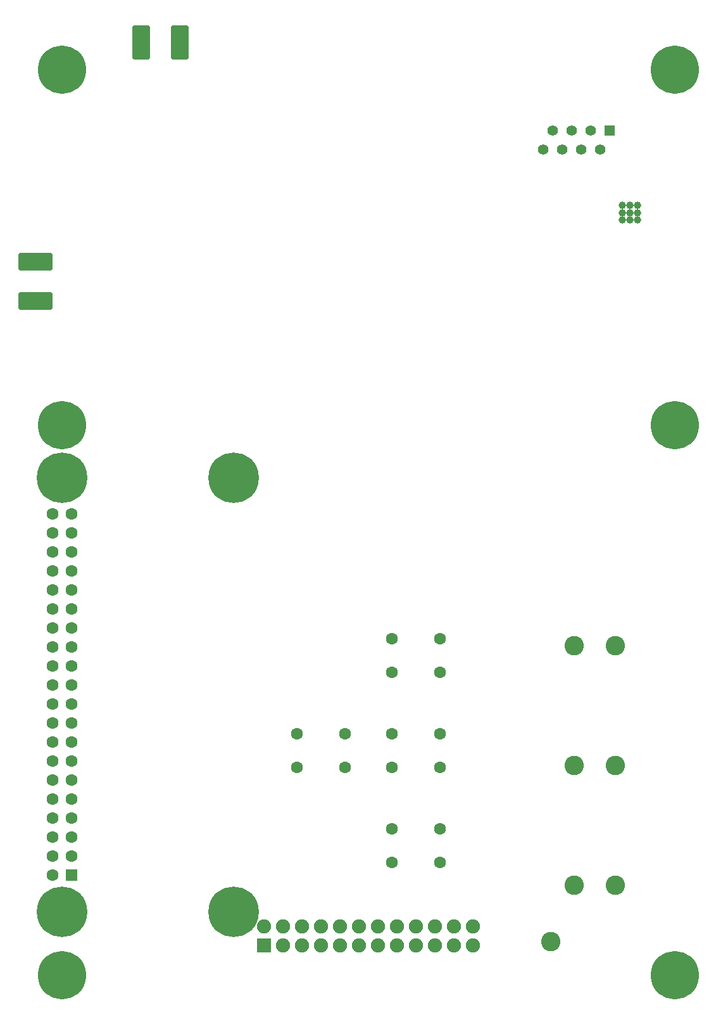
<source format=gbs>
G04 Layer_Color=16711935*
%FSLAX25Y25*%
%MOIN*%
G70*
G01*
G75*
%ADD148C,0.00400*%
%ADD149R,0.05518X0.05518*%
%ADD150C,0.05518*%
%ADD151C,0.10243*%
%ADD152R,0.07487X0.07487*%
%ADD153C,0.07487*%
%ADD154C,0.25400*%
%ADD155C,0.06305*%
%ADD156R,0.06305X0.06305*%
%ADD157C,0.26575*%
G04:AMPARAMS|DCode=158|XSize=90.55mil|YSize=177.16mil|CornerRadius=6.3mil|HoleSize=0mil|Usage=FLASHONLY|Rotation=180.000|XOffset=0mil|YOffset=0mil|HoleType=Round|Shape=RoundedRectangle|*
%AMROUNDEDRECTD158*
21,1,0.09055,0.16457,0,0,180.0*
21,1,0.07795,0.17716,0,0,180.0*
1,1,0.01260,-0.03898,0.08228*
1,1,0.01260,0.03898,0.08228*
1,1,0.01260,0.03898,-0.08228*
1,1,0.01260,-0.03898,-0.08228*
%
%ADD158ROUNDEDRECTD158*%
G04:AMPARAMS|DCode=159|XSize=90.55mil|YSize=177.16mil|CornerRadius=6.3mil|HoleSize=0mil|Usage=FLASHONLY|Rotation=270.000|XOffset=0mil|YOffset=0mil|HoleType=Round|Shape=RoundedRectangle|*
%AMROUNDEDRECTD159*
21,1,0.09055,0.16457,0,0,270.0*
21,1,0.07795,0.17716,0,0,270.0*
1,1,0.01260,-0.08228,-0.03898*
1,1,0.01260,-0.08228,0.03898*
1,1,0.01260,0.08228,0.03898*
1,1,0.01260,0.08228,-0.03898*
%
%ADD159ROUNDEDRECTD159*%
%ADD160C,0.03900*%
D148*
X131904Y231400D02*
D03*
X86896D02*
D03*
X146643Y-109961D02*
D03*
Y-145394D02*
D03*
Y-46969D02*
D03*
Y-82402D02*
D03*
Y-172953D02*
D03*
Y-208386D02*
D03*
D149*
X126896Y206400D02*
D03*
D150*
X121896Y196400D02*
D03*
X116896Y206400D02*
D03*
X111896Y196400D02*
D03*
X106896Y206400D02*
D03*
X101896Y196400D02*
D03*
X96896Y206400D02*
D03*
X91896Y196400D02*
D03*
D151*
X95964Y-220472D02*
D03*
X130108Y-127677D02*
D03*
X108454D02*
D03*
X130108Y-64685D02*
D03*
X108454D02*
D03*
X130108Y-190669D02*
D03*
X108454D02*
D03*
D152*
X-55000Y-222441D02*
D03*
D153*
X-45000D02*
D03*
X-35000D02*
D03*
X-25000D02*
D03*
X-15000D02*
D03*
X-5000D02*
D03*
X5000D02*
D03*
X15000D02*
D03*
X25000D02*
D03*
X35000D02*
D03*
X45000D02*
D03*
X55000D02*
D03*
X-55000Y-212441D02*
D03*
X-45000D02*
D03*
X-35000D02*
D03*
X-25000D02*
D03*
X-15000D02*
D03*
X-5000D02*
D03*
X5000D02*
D03*
X15000D02*
D03*
X25000D02*
D03*
X35000D02*
D03*
X45000D02*
D03*
X55000D02*
D03*
D154*
X-161417Y238189D02*
D03*
X161417D02*
D03*
X-161417Y51181D02*
D03*
X161417D02*
D03*
X-161417Y-238189D02*
D03*
X161417D02*
D03*
D155*
X37795Y-178858D02*
D03*
X12205D02*
D03*
Y-161142D02*
D03*
X37795D02*
D03*
Y-128858D02*
D03*
X12205D02*
D03*
Y-111142D02*
D03*
X37795D02*
D03*
X-37795D02*
D03*
X-12205D02*
D03*
Y-128858D02*
D03*
X-37795D02*
D03*
X37795Y-78858D02*
D03*
X12205D02*
D03*
Y-61142D02*
D03*
X37795D02*
D03*
X-166417Y4449D02*
D03*
Y-5551D02*
D03*
Y-15551D02*
D03*
Y-25551D02*
D03*
Y-35551D02*
D03*
Y-45551D02*
D03*
Y-55551D02*
D03*
Y-65551D02*
D03*
Y-75551D02*
D03*
Y-85551D02*
D03*
Y-95551D02*
D03*
Y-105551D02*
D03*
Y-115551D02*
D03*
Y-125551D02*
D03*
Y-135551D02*
D03*
Y-145551D02*
D03*
Y-155551D02*
D03*
Y-165551D02*
D03*
Y-175551D02*
D03*
Y-185551D02*
D03*
X-156417Y4449D02*
D03*
Y-5551D02*
D03*
Y-15551D02*
D03*
Y-25551D02*
D03*
Y-35551D02*
D03*
Y-45551D02*
D03*
Y-55551D02*
D03*
Y-65551D02*
D03*
Y-75551D02*
D03*
Y-85551D02*
D03*
Y-95551D02*
D03*
Y-105551D02*
D03*
Y-115551D02*
D03*
Y-125551D02*
D03*
Y-135551D02*
D03*
Y-145551D02*
D03*
Y-155551D02*
D03*
Y-165551D02*
D03*
Y-175551D02*
D03*
D156*
Y-185551D02*
D03*
D157*
X-70866Y-204724D02*
D03*
X-161417D02*
D03*
X-70866Y23622D02*
D03*
X-161417D02*
D03*
D158*
X-99264Y252513D02*
D03*
X-119736D02*
D03*
D159*
X-175352Y137236D02*
D03*
Y116764D02*
D03*
D160*
X133678Y159172D02*
D03*
Y163109D02*
D03*
Y167046D02*
D03*
X137615Y163109D02*
D03*
Y167046D02*
D03*
X141552Y159172D02*
D03*
Y163109D02*
D03*
Y167046D02*
D03*
X137615Y159172D02*
D03*
M02*

</source>
